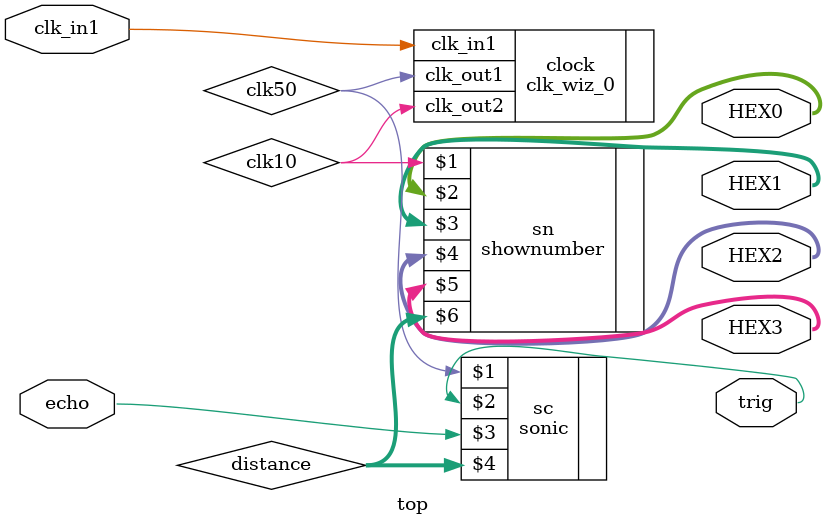
<source format=v>
module top(
	
	input clk_in1,
	output trig, 
	input echo,
	 
	output [6:0] HEX0,
	output [6:0] HEX1,
	output [6:0] HEX2,
	output [6:0] HEX3
	//output [6:0] HEX4,
	//output [6:0] HEX5
);
  
  wire [32:0] distance;
  wire        clk50;
  wire        clk10;

  sonic sc (
    clk50,
	 trig,
	 echo,
	 distance
  );
   
  shownumber sn (
    clk10,
	 HEX0, HEX1, HEX2, HEX3, //HEX4, HEX5,
	 distance
  );
  
  clk_wiz_0 clock (
    .clk_in1     (clk_in1),
    .clk_out1    (clk50),
    .clk_out2    (clk10)
  );
    
endmodule
</source>
